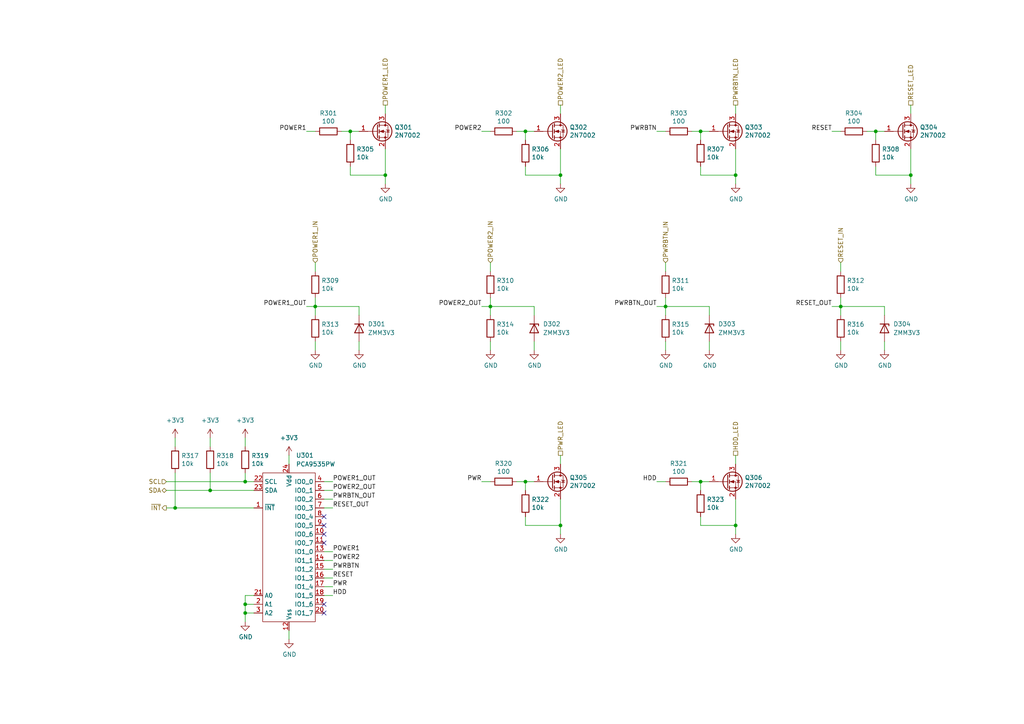
<source format=kicad_sch>
(kicad_sch (version 20211123) (generator eeschema)
  (paper "A4")
  (title_block (title "NAS control") (date "2023-01-11") (rev "0.1") (company "Eurovibes Benedikt Spranger") (comment 1 "SPDX-License-Identifier: CERN-OHL-S-2.0") (comment 2 "https://ohwr.org/cern_ohl_s_v2.txt") (comment 3 "To view a copy of this license, visit") (comment 4 "This work is licensed under the CERN-OHL-S v2"))
  (lib_symbols
    (symbol "Device:R" (pin_numbers hide) (pin_names (offset 0))
      (property "Reference" "R" (at 2.032 0 90))
      (property "Value" "R" (at 0 0 90))
      (symbol "R_0_1"
        (rectangle (start -1.016 -2.54) (end 1.016 2.54) (stroke (width 0.254)))
      )
      (symbol "R_1_1"
        (pin passive line (at 0 3.81 270) (length 1.27) (name "~") (number "1"))
        (pin passive line (at 0 -3.81 90) (length 1.27) (name "~") (number "2"))
      )
    )
    (symbol "Diode:ZMMxx" (pin_numbers hide) (pin_names (offset 1.016) hide)
      (property "Reference" "D" (at 0 2.54 0))
      (property "Value" "ZMMxx" (at 0 -2.54 0))
      (symbol "ZMMxx_0_1"
        (polyline (pts (xy 1.27 0) (xy -1.27 0)))
        (polyline (pts (xy -1.27 -1.27) (xy -1.27 1.27) (xy -0.762 1.27)) (stroke (width 0.254)))
        (polyline (pts (xy 1.27 -1.27) (xy 1.27 1.27) (xy -1.27 0) (xy 1.27 -1.27)) (stroke (width 0.254)))
      )
      (symbol "ZMMxx_1_1"
        (pin passive line (at -3.81 0 0) (length 2.54) (name "K") (number "1"))
        (pin passive line (at 3.81 0 180) (length 2.54) (name "A") (number "2"))
      )
    )
    (symbol "PCA9535PW:PCA9535PW"
      (property "Reference" "U" (at 1.27 22.86 0))
      (property "Value" "PCA9535PW" (at 6.35 -22.86 0))
      (symbol "PCA9535PW_0_1"
        (rectangle (start 7.62 -21.59) (end -7.62 21.59))
      )
      (symbol "PCA9535PW_1_1"
        (pin output line (at -10.16 11.43 0) (length 2.54) (name "~{INT}") (number "1"))
        (pin bidirectional line (at 10.16 3.81 180) (length 2.54) (name "IO0_6") (number "10"))
        (pin bidirectional line (at 10.16 1.27 180) (length 2.54) (name "IO0_7") (number "11"))
        (pin power_in line (at 0 -24.13 90) (length 2.54) (name "Vss") (number "12"))
        (pin bidirectional line (at 10.16 -1.27 180) (length 2.54) (name "IO1_0") (number "13"))
        (pin bidirectional line (at 10.16 -3.81 180) (length 2.54) (name "IO1_1") (number "14"))
        (pin bidirectional line (at 10.16 -6.35 180) (length 2.54) (name "IO1_2") (number "15"))
        (pin bidirectional line (at 10.16 -8.89 180) (length 2.54) (name "IO1_3") (number "16"))
        (pin bidirectional line (at 10.16 -11.43 180) (length 2.54) (name "IO1_4") (number "17"))
        (pin bidirectional line (at 10.16 -13.97 180) (length 2.54) (name "IO1_5") (number "18"))
        (pin bidirectional line (at 10.16 -16.51 180) (length 2.54) (name "IO1_6") (number "19"))
        (pin input line (at -10.16 -16.51 0) (length 2.54) (name "A1") (number "2"))
        (pin bidirectional line (at 10.16 -19.05 180) (length 2.54) (name "IO1_7") (number "20"))
        (pin input line (at -10.16 -13.97 0) (length 2.54) (name "A0") (number "21"))
        (pin input line (at -10.16 19.05 0) (length 2.54) (name "SCL") (number "22"))
        (pin bidirectional line (at -10.16 16.51 0) (length 2.54) (name "SDA") (number "23"))
        (pin power_in line (at 0 24.13 270) (length 2.54) (name "Vdd") (number "24"))
        (pin input line (at -10.16 -19.05 0) (length 2.54) (name "A2") (number "3"))
        (pin bidirectional line (at 10.16 19.05 180) (length 2.54) (name "IO0_0") (number "4"))
        (pin bidirectional line (at 10.16 16.51 180) (length 2.54) (name "IO0_1") (number "5"))
        (pin bidirectional line (at 10.16 13.97 180) (length 2.54) (name "IO0_2") (number "6"))
        (pin bidirectional line (at 10.16 11.43 180) (length 2.54) (name "IO0_3") (number "7"))
        (pin bidirectional line (at 10.16 8.89 180) (length 2.54) (name "IO0_4") (number "8"))
        (pin bidirectional line (at 10.16 6.35 180) (length 2.54) (name "IO0_5") (number "9"))
      )
    )
    (symbol "Transistor_FET:2N7002" (pin_names hide)
      (property "Reference" "Q" (at 5.08 1.905 0))
      (property "Value" "2N7002" (at 5.08 0 0))
      (symbol "2N7002_0_1"
        (polyline (pts (xy 0.254 0) (xy -2.54 0)))
        (polyline (pts (xy 0.254 1.905) (xy 0.254 -1.905)) (stroke (width 0.254)))
        (polyline (pts (xy 0.762 -1.27) (xy 0.762 -2.286)) (stroke (width 0.254)))
        (polyline (pts (xy 0.762 0.508) (xy 0.762 -0.508)) (stroke (width 0.254)))
        (polyline (pts (xy 0.762 2.286) (xy 0.762 1.27)) (stroke (width 0.254)))
        (polyline (pts (xy 2.54 2.54) (xy 2.54 1.778)))
        (polyline (pts (xy 2.54 -2.54) (xy 2.54 0) (xy 0.762 0)))
        (polyline (pts (xy 0.762 -1.778) (xy 3.302 -1.778) (xy 3.302 1.778) (xy 0.762 1.778)))
        (polyline (pts (xy 1.016 0) (xy 2.032 0.381) (xy 2.032 -0.381) (xy 1.016 0)) (fill (type outline)))
        (polyline (pts (xy 2.794 0.508) (xy 2.921 0.381) (xy 3.683 0.381) (xy 3.81 0.254)))
        (polyline (pts (xy 3.302 0.381) (xy 2.921 -0.254) (xy 3.683 -0.254) (xy 3.302 0.381)))
        (circle (center 1.651 0) (radius 2.794) (stroke (width 0.254)))
        (circle (center 2.54 -1.778) (radius 0.254) (fill (type outline)))
        (circle (center 2.54 1.778) (radius 0.254) (fill (type outline)))
      )
      (symbol "2N7002_1_1"
        (pin input line (at -5.08 0 0) (length 2.54) (name "G") (number "1"))
        (pin passive line (at 2.54 -5.08 90) (length 2.54) (name "S") (number "2"))
        (pin passive line (at 2.54 5.08 270) (length 2.54) (name "D") (number "3"))
      )
    )
    (symbol "power:+3V3" (power) (pin_names (offset 0))
      (property "Value" "+3V3" (at 0 3.556 0))
      (symbol "+3V3_0_1"
        (polyline (pts (xy -0.762 1.27) (xy 0 2.54)))
        (polyline (pts (xy 0 0) (xy 0 2.54)))
        (polyline (pts (xy 0 2.54) (xy 0.762 1.27)))
      )
      (symbol "+3V3_1_1"
        (pin power_in line (at 0 0 90) (length 0) hide (name "+3V3") (number "1"))
      )
    )
    (symbol "power:GND" (power) (pin_names (offset 0))
      (property "Value" "GND" (at 0 -3.81 0))
      (symbol "GND_0_1"
        (polyline (pts (xy 0 0) (xy 0 -1.27) (xy 1.27 -1.27) (xy 0 -2.54) (xy -1.27 -1.27) (xy 0 -1.27)))
      )
      (symbol "GND_1_1"
        (pin power_in line (at 0 0 270) (length 0) hide (name "GND") (number "1"))
      )
    )
  )
  (junction (at 162.56 152.4))
  (junction (at 193.04 88.9))
  (junction (at 203.2 139.7))
  (junction (at 162.56 50.8))
  (junction (at 71.12 177.8))
  (junction (at 152.4 38.1))
  (junction (at 243.84 88.9))
  (junction (at 213.36 50.8))
  (junction (at 50.8 147.32))
  (junction (at 71.12 139.7))
  (junction (at 213.36 152.4))
  (junction (at 203.2 38.1))
  (junction (at 71.12 175.26))
  (junction (at 101.6 38.1))
  (junction (at 264.16 50.8))
  (junction (at 91.44 88.9))
  (junction (at 111.76 50.8))
  (junction (at 142.24 88.9))
  (junction (at 254 38.1))
  (junction (at 60.96 142.24))
  (junction (at 152.4 139.7))
  (no_connect (at 93.98 152.4))
  (no_connect (at 93.98 154.94))
  (no_connect (at 93.98 157.48))
  (no_connect (at 93.98 175.26))
  (no_connect (at 93.98 177.8))
  (no_connect (at 93.98 149.86))
  (wire (pts (xy 243.84 86.36) (xy 243.84 88.9)))
  (wire (pts (xy 88.9 88.9) (xy 91.44 88.9)))
  (wire (pts (xy 91.44 99.06) (xy 91.44 101.6)))
  (wire (pts (xy 193.04 99.06) (xy 193.04 101.6)))
  (wire (pts (xy 93.98 144.78) (xy 96.52 144.78)))
  (wire (pts (xy 91.44 88.9) (xy 104.14 88.9)))
  (wire (pts (xy 200.66 38.1) (xy 203.2 38.1)))
  (wire (pts (xy 203.2 50.8) (xy 203.2 48.26)))
  (wire (pts (xy 162.56 144.78) (xy 162.56 152.4)))
  (wire (pts (xy 48.26 139.7) (xy 71.12 139.7)))
  (wire (pts (xy 152.4 50.8) (xy 152.4 48.26)))
  (wire (pts (xy 190.5 139.7) (xy 193.04 139.7)))
  (wire (pts (xy 193.04 76.2) (xy 193.04 78.74)))
  (wire (pts (xy 190.5 88.9) (xy 193.04 88.9)))
  (wire (pts (xy 93.98 170.18) (xy 96.52 170.18)))
  (wire (pts (xy 203.2 38.1) (xy 203.2 40.64)))
  (wire (pts (xy 149.86 139.7) (xy 152.4 139.7)))
  (wire (pts (xy 154.94 88.9) (xy 154.94 91.44)))
  (wire (pts (xy 83.82 182.88) (xy 83.82 185.42)))
  (wire (pts (xy 213.36 152.4) (xy 203.2 152.4)))
  (wire (pts (xy 93.98 139.7) (xy 96.52 139.7)))
  (wire (pts (xy 73.66 139.7) (xy 71.12 139.7)))
  (wire (pts (xy 48.26 147.32) (xy 50.8 147.32)))
  (wire (pts (xy 205.74 99.06) (xy 205.74 101.6)))
  (wire (pts (xy 50.8 127) (xy 50.8 129.54)))
  (wire (pts (xy 162.56 152.4) (xy 152.4 152.4)))
  (wire (pts (xy 203.2 139.7) (xy 203.2 142.24)))
  (wire (pts (xy 251.46 38.1) (xy 254 38.1)))
  (wire (pts (xy 203.2 139.7) (xy 205.74 139.7)))
  (wire (pts (xy 111.76 30.48) (xy 111.76 33.02)))
  (wire (pts (xy 243.84 99.06) (xy 243.84 101.6)))
  (wire (pts (xy 91.44 88.9) (xy 91.44 91.44)))
  (wire (pts (xy 152.4 38.1) (xy 154.94 38.1)))
  (wire (pts (xy 93.98 165.1) (xy 96.52 165.1)))
  (wire (pts (xy 71.12 175.26) (xy 71.12 177.8)))
  (wire (pts (xy 139.7 38.1) (xy 142.24 38.1)))
  (wire (pts (xy 254 38.1) (xy 256.54 38.1)))
  (wire (pts (xy 101.6 38.1) (xy 101.6 40.64)))
  (wire (pts (xy 162.56 30.48) (xy 162.56 33.02)))
  (wire (pts (xy 142.24 88.9) (xy 154.94 88.9)))
  (wire (pts (xy 104.14 99.06) (xy 104.14 101.6)))
  (wire (pts (xy 264.16 43.18) (xy 264.16 50.8)))
  (wire (pts (xy 205.74 88.9) (xy 205.74 91.44)))
  (wire (pts (xy 142.24 76.2) (xy 142.24 78.74)))
  (wire (pts (xy 93.98 162.56) (xy 96.52 162.56)))
  (wire (pts (xy 50.8 147.32) (xy 50.8 137.16)))
  (wire (pts (xy 60.96 127) (xy 60.96 129.54)))
  (wire (pts (xy 139.7 139.7) (xy 142.24 139.7)))
  (wire (pts (xy 203.2 152.4) (xy 203.2 149.86)))
  (wire (pts (xy 101.6 38.1) (xy 104.14 38.1)))
  (wire (pts (xy 213.36 144.78) (xy 213.36 152.4)))
  (wire (pts (xy 200.66 139.7) (xy 203.2 139.7)))
  (wire (pts (xy 104.14 88.9) (xy 104.14 91.44)))
  (wire (pts (xy 152.4 139.7) (xy 154.94 139.7)))
  (wire (pts (xy 213.36 152.4) (xy 213.36 154.94)))
  (wire (pts (xy 152.4 38.1) (xy 152.4 40.64)))
  (wire (pts (xy 264.16 50.8) (xy 264.16 53.34)))
  (wire (pts (xy 93.98 167.64) (xy 96.52 167.64)))
  (wire (pts (xy 73.66 172.72) (xy 71.12 172.72)))
  (wire (pts (xy 162.56 132.08) (xy 162.56 134.62)))
  (wire (pts (xy 73.66 147.32) (xy 50.8 147.32)))
  (wire (pts (xy 162.56 152.4) (xy 162.56 154.94)))
  (wire (pts (xy 93.98 172.72) (xy 96.52 172.72)))
  (wire (pts (xy 142.24 88.9) (xy 142.24 91.44)))
  (wire (pts (xy 213.36 30.48) (xy 213.36 33.02)))
  (wire (pts (xy 142.24 86.36) (xy 142.24 88.9)))
  (wire (pts (xy 71.12 172.72) (xy 71.12 175.26)))
  (wire (pts (xy 254 38.1) (xy 254 40.64)))
  (wire (pts (xy 71.12 177.8) (xy 73.66 177.8)))
  (wire (pts (xy 73.66 142.24) (xy 60.96 142.24)))
  (wire (pts (xy 254 50.8) (xy 254 48.26)))
  (wire (pts (xy 264.16 30.48) (xy 264.16 33.02)))
  (wire (pts (xy 93.98 142.24) (xy 96.52 142.24)))
  (wire (pts (xy 142.24 99.06) (xy 142.24 101.6)))
  (wire (pts (xy 91.44 86.36) (xy 91.44 88.9)))
  (wire (pts (xy 193.04 86.36) (xy 193.04 88.9)))
  (wire (pts (xy 139.7 88.9) (xy 142.24 88.9)))
  (wire (pts (xy 241.3 88.9) (xy 243.84 88.9)))
  (wire (pts (xy 213.36 132.08) (xy 213.36 134.62)))
  (wire (pts (xy 93.98 147.32) (xy 96.52 147.32)))
  (wire (pts (xy 190.5 38.1) (xy 193.04 38.1)))
  (wire (pts (xy 203.2 38.1) (xy 205.74 38.1)))
  (wire (pts (xy 213.36 50.8) (xy 203.2 50.8)))
  (wire (pts (xy 88.9 38.1) (xy 91.44 38.1)))
  (wire (pts (xy 162.56 43.18) (xy 162.56 50.8)))
  (wire (pts (xy 99.06 38.1) (xy 101.6 38.1)))
  (wire (pts (xy 213.36 50.8) (xy 213.36 53.34)))
  (wire (pts (xy 162.56 50.8) (xy 162.56 53.34)))
  (wire (pts (xy 93.98 160.02) (xy 96.52 160.02)))
  (wire (pts (xy 101.6 50.8) (xy 101.6 48.26)))
  (wire (pts (xy 243.84 88.9) (xy 256.54 88.9)))
  (wire (pts (xy 152.4 139.7) (xy 152.4 142.24)))
  (wire (pts (xy 71.12 175.26) (xy 73.66 175.26)))
  (wire (pts (xy 48.26 142.24) (xy 60.96 142.24)))
  (wire (pts (xy 213.36 43.18) (xy 213.36 50.8)))
  (wire (pts (xy 193.04 88.9) (xy 193.04 91.44)))
  (wire (pts (xy 154.94 99.06) (xy 154.94 101.6)))
  (wire (pts (xy 111.76 43.18) (xy 111.76 50.8)))
  (wire (pts (xy 256.54 99.06) (xy 256.54 101.6)))
  (wire (pts (xy 111.76 50.8) (xy 111.76 53.34)))
  (wire (pts (xy 264.16 50.8) (xy 254 50.8)))
  (wire (pts (xy 243.84 88.9) (xy 243.84 91.44)))
  (wire (pts (xy 243.84 76.2) (xy 243.84 78.74)))
  (wire (pts (xy 71.12 137.16) (xy 71.12 139.7)))
  (wire (pts (xy 241.3 38.1) (xy 243.84 38.1)))
  (wire (pts (xy 83.82 132.08) (xy 83.82 134.62)))
  (wire (pts (xy 60.96 142.24) (xy 60.96 137.16)))
  (wire (pts (xy 162.56 50.8) (xy 152.4 50.8)))
  (wire (pts (xy 152.4 152.4) (xy 152.4 149.86)))
  (wire (pts (xy 71.12 177.8) (xy 71.12 180.34)))
  (wire (pts (xy 71.12 127) (xy 71.12 129.54)))
  (wire (pts (xy 256.54 88.9) (xy 256.54 91.44)))
  (wire (pts (xy 149.86 38.1) (xy 152.4 38.1)))
  (wire (pts (xy 193.04 88.9) (xy 205.74 88.9)))
  (wire (pts (xy 91.44 76.2) (xy 91.44 78.74)))
  (wire (pts (xy 111.76 50.8) (xy 101.6 50.8)))
  (label "POWER2_OUT" (at 139.7 88.9 180))
  (label "POWER1" (at 88.9 38.1 180))
  (label "PWR" (at 139.7 139.7 180))
  (label "RESET_OUT" (at 241.3 88.9 180))
  (label "PWRBTN" (at 96.52 165.1 0))
  (label "POWER1_OUT" (at 88.9 88.9 180))
  (label "POWER1_OUT" (at 96.52 139.7 0))
  (label "POWER2" (at 96.52 162.56 0))
  (label "HDD" (at 96.52 172.72 0))
  (label "POWER2" (at 139.7 38.1 180))
  (label "POWER1" (at 96.52 160.02 0))
  (label "POWER2_OUT" (at 96.52 142.24 0))
  (label "PWR" (at 96.52 170.18 0))
  (label "HDD" (at 190.5 139.7 180))
  (label "PWRBTN_OUT" (at 96.52 144.78 0))
  (label "RESET" (at 241.3 38.1 180))
  (label "RESET" (at 96.52 167.64 0))
  (label "PWRBTN" (at 190.5 38.1 180))
  (label "RESET_OUT" (at 96.52 147.32 0))
  (label "PWRBTN_OUT" (at 190.5 88.9 180))
  (hierarchical_label "~{INT}" (shape output) (at 48.26 147.32 180))
  (hierarchical_label "SDA" (shape bidirectional) (at 48.26 142.24 180))
  (hierarchical_label "SCL" (shape input) (at 48.26 139.7 180))
  (hierarchical_label "HDD_LED" (shape passive) (at 213.36 132.08 90))
  (hierarchical_label "POWER2_LED" (shape passive) (at 162.56 30.48 90))
  (hierarchical_label "RESET_LED" (shape passive) (at 264.16 30.48 90))
  (hierarchical_label "PWRBTN_IN" (shape input) (at 193.04 76.2 90))
  (hierarchical_label "POWER1_IN" (shape input) (at 91.44 76.2 90))
  (hierarchical_label "POWER1_LED" (shape passive) (at 111.76 30.48 90))
  (hierarchical_label "RESET_IN" (shape input) (at 243.84 76.2 90))
  (hierarchical_label "PWRBTN_LED" (shape passive) (at 213.36 30.48 90))
  (hierarchical_label "PWR_LED" (shape passive) (at 162.56 132.08 90))
  (hierarchical_label "POWER2_IN" (shape input) (at 142.24 76.2 90))
  (symbol (lib_id "power:GND") (at 256.54 101.6 0) (unit 1)
    (property "Reference" "#PWR0312" (effects hide))
    (property "Value" "GND" (at 256.667 105.9942 0))
  )
  (symbol (lib_id "power:GND") (at 243.84 101.6 0) (unit 1)
    (property "Reference" "#PWR0311" (effects hide))
    (property "Value" "GND" (at 243.967 105.9942 0))
  )
  (symbol (lib_id "Device:R") (at 243.84 95.25 0) (unit 1)
    (property "Reference" "R316" (at 245.618 94.0816 0) (effects (justify left)))
    (property "Value" "10k" (at 245.618 96.393 0) (effects (justify left)))
    (property "Footprint" "Resistor_SMD:R_0402_1005Metric" (effects hide))
    (property "assemble" "y" (effects hide))
    (property "Description" "62.5mW Thick Film Resistors 50V ±100ppm/℃ ±1% -55℃~+155℃ 10kΩ 0402 Chip Resistor - Surface Mount ROHS" (effects hide))
    (property "LCSC#" "C25744" (effects hide))
    (property "Manufacture" "UNI-ROYAL(Uniroyal Elec)" (effects hide))
    (property "SupplLink" "https://jlcpcb.com/partdetail/26487-0402WGF1002TCE/C25744" (effects hide))
    (property "mpn" "0402WGF1002TCE" (effects hide))
  )
  (symbol (lib_id "Device:R") (at 243.84 82.55 0) (unit 1)
    (property "Reference" "R312" (at 245.618 81.3816 0) (effects (justify left)))
    (property "Value" "10k" (at 245.618 83.693 0) (effects (justify left)))
    (property "Footprint" "Resistor_SMD:R_0402_1005Metric" (effects hide))
    (property "assemble" "y" (effects hide))
    (property "Description" "62.5mW Thick Film Resistors 50V ±100ppm/℃ ±1% -55℃~+155℃ 10kΩ 0402 Chip Resistor - Surface Mount ROHS" (effects hide))
    (property "LCSC#" "C25744" (effects hide))
    (property "Manufacture" "UNI-ROYAL(Uniroyal Elec)" (effects hide))
    (property "SupplLink" "https://jlcpcb.com/partdetail/26487-0402WGF1002TCE/C25744" (effects hide))
    (property "mpn" "0402WGF1002TCE" (effects hide))
  )
  (symbol (lib_id "power:GND") (at 205.74 101.6 0) (unit 1)
    (property "Reference" "#PWR0310" (effects hide))
    (property "Value" "GND" (at 205.867 105.9942 0))
  )
  (symbol (lib_id "power:GND") (at 193.04 101.6 0) (unit 1)
    (property "Reference" "#PWR0309" (effects hide))
    (property "Value" "GND" (at 193.167 105.9942 0))
  )
  (symbol (lib_id "Device:R") (at 193.04 95.25 0) (unit 1)
    (property "Reference" "R315" (at 194.818 94.0816 0) (effects (justify left)))
    (property "Value" "10k" (at 194.818 96.393 0) (effects (justify left)))
    (property "Footprint" "Resistor_SMD:R_0402_1005Metric" (effects hide))
    (property "assemble" "y" (effects hide))
    (property "Description" "62.5mW Thick Film Resistors 50V ±100ppm/℃ ±1% -55℃~+155℃ 10kΩ 0402 Chip Resistor - Surface Mount ROHS" (effects hide))
    (property "LCSC#" "C25744" (effects hide))
    (property "Manufacture" "UNI-ROYAL(Uniroyal Elec)" (effects hide))
    (property "SupplLink" "https://jlcpcb.com/partdetail/26487-0402WGF1002TCE/C25744" (effects hide))
    (property "mpn" "0402WGF1002TCE" (effects hide))
  )
  (symbol (lib_id "Device:R") (at 193.04 82.55 0) (unit 1)
    (property "Reference" "R311" (at 194.818 81.3816 0) (effects (justify left)))
    (property "Value" "10k" (at 194.818 83.693 0) (effects (justify left)))
    (property "Footprint" "Resistor_SMD:R_0402_1005Metric" (effects hide))
    (property "assemble" "y" (effects hide))
    (property "Description" "62.5mW Thick Film Resistors 50V ±100ppm/℃ ±1% -55℃~+155℃ 10kΩ 0402 Chip Resistor - Surface Mount ROHS" (effects hide))
    (property "LCSC#" "C25744" (effects hide))
    (property "Manufacture" "UNI-ROYAL(Uniroyal Elec)" (effects hide))
    (property "SupplLink" "https://jlcpcb.com/partdetail/26487-0402WGF1002TCE/C25744" (effects hide))
    (property "mpn" "0402WGF1002TCE" (effects hide))
  )
  (symbol (lib_id "power:GND") (at 154.94 101.6 0) (unit 1)
    (property "Reference" "#PWR0308" (effects hide))
    (property "Value" "GND" (at 155.067 105.9942 0))
  )
  (symbol (lib_id "power:GND") (at 142.24 101.6 0) (unit 1)
    (property "Reference" "#PWR0307" (effects hide))
    (property "Value" "GND" (at 142.367 105.9942 0))
  )
  (symbol (lib_id "Device:R") (at 142.24 95.25 0) (unit 1)
    (property "Reference" "R314" (at 144.018 94.0816 0) (effects (justify left)))
    (property "Value" "10k" (at 144.018 96.393 0) (effects (justify left)))
    (property "Footprint" "Resistor_SMD:R_0402_1005Metric" (effects hide))
    (property "assemble" "y" (effects hide))
    (property "Description" "62.5mW Thick Film Resistors 50V ±100ppm/℃ ±1% -55℃~+155℃ 10kΩ 0402 Chip Resistor - Surface Mount ROHS" (effects hide))
    (property "LCSC#" "C25744" (effects hide))
    (property "Manufacture" "UNI-ROYAL(Uniroyal Elec)" (effects hide))
    (property "SupplLink" "https://jlcpcb.com/partdetail/26487-0402WGF1002TCE/C25744" (effects hide))
    (property "mpn" "0402WGF1002TCE" (effects hide))
  )
  (symbol (lib_id "Device:R") (at 142.24 82.55 0) (unit 1)
    (property "Reference" "R310" (at 144.018 81.3816 0) (effects (justify left)))
    (property "Value" "10k" (at 144.018 83.693 0) (effects (justify left)))
    (property "Footprint" "Resistor_SMD:R_0402_1005Metric" (effects hide))
    (property "assemble" "y" (effects hide))
    (property "Description" "62.5mW Thick Film Resistors 50V ±100ppm/℃ ±1% -55℃~+155℃ 10kΩ 0402 Chip Resistor - Surface Mount ROHS" (effects hide))
    (property "LCSC#" "C25744" (effects hide))
    (property "Manufacture" "UNI-ROYAL(Uniroyal Elec)" (effects hide))
    (property "SupplLink" "https://jlcpcb.com/partdetail/26487-0402WGF1002TCE/C25744" (effects hide))
    (property "mpn" "0402WGF1002TCE" (effects hide))
  )
  (symbol (lib_id "power:GND") (at 104.14 101.6 0) (unit 1)
    (property "Reference" "#PWR0306" (effects hide))
    (property "Value" "GND" (at 104.267 105.9942 0))
  )
  (symbol (lib_id "power:GND") (at 91.44 101.6 0) (unit 1)
    (property "Reference" "#PWR0305" (effects hide))
    (property "Value" "GND" (at 91.567 105.9942 0))
  )
  (symbol (lib_id "Device:R") (at 91.44 95.25 0) (unit 1)
    (property "Reference" "R313" (at 93.218 94.0816 0) (effects (justify left)))
    (property "Value" "10k" (at 93.218 96.393 0) (effects (justify left)))
    (property "Footprint" "Resistor_SMD:R_0402_1005Metric" (effects hide))
    (property "assemble" "y" (effects hide))
    (property "Description" "62.5mW Thick Film Resistors 50V ±100ppm/℃ ±1% -55℃~+155℃ 10kΩ 0402 Chip Resistor - Surface Mount ROHS" (effects hide))
    (property "LCSC#" "C25744" (effects hide))
    (property "Manufacture" "UNI-ROYAL(Uniroyal Elec)" (effects hide))
    (property "SupplLink" "https://jlcpcb.com/partdetail/26487-0402WGF1002TCE/C25744" (effects hide))
    (property "mpn" "0402WGF1002TCE" (effects hide))
  )
  (symbol (lib_id "Device:R") (at 91.44 82.55 0) (unit 1)
    (property "Reference" "R309" (at 93.218 81.3816 0) (effects (justify left)))
    (property "Value" "10k" (at 93.218 83.693 0) (effects (justify left)))
    (property "Footprint" "Resistor_SMD:R_0402_1005Metric" (effects hide))
    (property "assemble" "y" (effects hide))
    (property "Description" "62.5mW Thick Film Resistors 50V ±100ppm/℃ ±1% -55℃~+155℃ 10kΩ 0402 Chip Resistor - Surface Mount ROHS" (effects hide))
    (property "LCSC#" "C25744" (effects hide))
    (property "Manufacture" "UNI-ROYAL(Uniroyal Elec)" (effects hide))
    (property "SupplLink" "https://jlcpcb.com/partdetail/26487-0402WGF1002TCE/C25744" (effects hide))
    (property "mpn" "0402WGF1002TCE" (effects hide))
  )
  (symbol (lib_id "Device:R") (at 95.25 38.1 270) (unit 1)
    (property "Reference" "R301" (at 95.25 32.8422 90))
    (property "Value" "100" (at 95.25 35.1536 90))
    (property "Footprint" "Resistor_SMD:R_0402_1005Metric" (effects hide))
    (property "assemble" "y" (effects hide))
    (property "Description" "62.5mW Thick Film Resistors 50V ±1% ±200ppm/℃ -55℃~+155℃ 100Ω 0402 Chip Resistor - Surface Mount ROHS" (effects hide))
    (property "LCSC#" "C25076" (effects hide))
    (property "Manufacture" "UNI-ROYAL(Uniroyal Elec)" (effects hide))
    (property "SupplLink" "https://jlcpcb.com/partdetail/25819-0402WGF1000TCE/C25076" (effects hide))
    (property "mpn" "0402WGF1000TCE" (effects hide))
  )
  (symbol (lib_id "Device:R") (at 101.6 44.45 0) (unit 1)
    (property "Reference" "R305" (at 103.378 43.2816 0) (effects (justify left)))
    (property "Value" "10k" (at 103.378 45.593 0) (effects (justify left)))
    (property "Footprint" "Resistor_SMD:R_0402_1005Metric" (effects hide))
    (property "assemble" "y" (effects hide))
    (property "Description" "62.5mW Thick Film Resistors 50V ±100ppm/℃ ±1% -55℃~+155℃ 10kΩ 0402 Chip Resistor - Surface Mount ROHS" (effects hide))
    (property "LCSC#" "C25744" (effects hide))
    (property "Manufacture" "UNI-ROYAL(Uniroyal Elec)" (effects hide))
    (property "SupplLink" "https://jlcpcb.com/partdetail/26487-0402WGF1002TCE/C25744" (effects hide))
    (property "mpn" "0402WGF1002TCE" (effects hide))
  )
  (symbol (lib_id "Transistor_FET:2N7002") (at 109.22 38.1 0) (unit 1)
    (property "Reference" "Q301" (at 114.4016 36.9316 0) (effects (justify left)))
    (property "Value" "2N7002" (at 114.4016 39.243 0) (effects (justify left)))
    (property "Footprint" "Package_TO_SOT_SMD:SOT-23" (effects hide))
    (property "Datasheet" "https://www.fairchildsemi.com/datasheets/2N/2N7002.pdf" (effects hide))
    (property "assemble" "y" (effects hide))
    (property "Description" "60V 115mA 200mW 7.5Ω@10V,500mA 2.5V@250uA N Channel SOT-23(SOT-23-3) MOSFETs ROHS" (effects hide))
    (property "LCSC#" "C8545" (effects hide))
    (property "Manufacture" "Jiangsu Changjing Electronics Technology Co., Ltd." (effects hide))
    (property "SupplLink" "https://jlcpcb.com/partdetail/9040-2N7002/C8545" (effects hide))
    (property "mpn" "2N7002" (effects hide))
  )
  (symbol (lib_id "power:GND") (at 111.76 53.34 0) (unit 1)
    (property "Reference" "#PWR0301" (effects hide))
    (property "Value" "GND" (at 111.887 57.7342 0))
  )
  (symbol (lib_id "power:GND") (at 83.82 185.42 0) (unit 1)
    (property "Reference" "#PWR0320" (effects hide))
    (property "Value" "GND" (at 83.947 189.8142 0))
  )
  (symbol (lib_id "power:+3V3") (at 71.12 127 0) (unit 1)
    (property "Reference" "#PWR0315" (effects hide))
    (property "Value" "+3V3" (at 71.12 121.92 0))
  )
  (symbol (lib_id "power:+3V3") (at 50.8 127 0) (unit 1)
    (property "Reference" "#PWR0313" (effects hide))
    (property "Value" "+3V3" (at 50.8 121.92 0))
  )
  (symbol (lib_id "power:GND") (at 213.36 154.94 0) (unit 1)
    (property "Reference" "#PWR0318" (effects hide))
    (property "Value" "GND" (at 213.487 159.3342 0))
  )
  (symbol (lib_id "Device:R") (at 203.2 44.45 0) (unit 1)
    (property "Reference" "R307" (at 204.978 43.2816 0) (effects (justify left)))
    (property "Value" "10k" (at 204.978 45.593 0) (effects (justify left)))
    (property "Footprint" "Resistor_SMD:R_0402_1005Metric" (effects hide))
    (property "assemble" "y" (effects hide))
    (property "Description" "62.5mW Thick Film Resistors 50V ±100ppm/℃ ±1% -55℃~+155℃ 10kΩ 0402 Chip Resistor - Surface Mount ROHS" (effects hide))
    (property "LCSC#" "C25744" (effects hide))
    (property "Manufacture" "UNI-ROYAL(Uniroyal Elec)" (effects hide))
    (property "SupplLink" "https://jlcpcb.com/partdetail/26487-0402WGF1002TCE/C25744" (effects hide))
    (property "mpn" "0402WGF1002TCE" (effects hide))
  )
  (symbol (lib_id "Device:R") (at 146.05 139.7 270) (unit 1)
    (property "Reference" "R320" (at 146.05 134.4422 90))
    (property "Value" "100" (at 146.05 136.7536 90))
    (property "Footprint" "Resistor_SMD:R_0402_1005Metric" (effects hide))
    (property "assemble" "y" (effects hide))
    (property "Description" "62.5mW Thick Film Resistors 50V ±1% ±200ppm/℃ -55℃~+155℃ 100Ω 0402 Chip Resistor - Surface Mount ROHS" (effects hide))
    (property "LCSC#" "C25076" (effects hide))
    (property "Manufacture" "UNI-ROYAL(Uniroyal Elec)" (effects hide))
    (property "SupplLink" "https://jlcpcb.com/partdetail/25819-0402WGF1000TCE/C25076" (effects hide))
    (property "mpn" "0402WGF1000TCE" (effects hide))
  )
  (symbol (lib_id "power:GND") (at 71.12 180.34 0) (unit 1)
    (property "Reference" "#PWR0319" (effects hide))
    (property "Value" "GND" (at 71.247 184.7342 0))
  )
  (symbol (lib_id "power:GND") (at 264.16 53.34 0) (unit 1)
    (property "Reference" "#PWR0304" (effects hide))
    (property "Value" "GND" (at 264.287 57.7342 0))
  )
  (symbol (lib_id "Device:R") (at 71.12 133.35 0) (unit 1)
    (property "Reference" "R319" (at 72.898 132.1816 0) (effects (justify left)))
    (property "Value" "10k" (at 72.898 134.493 0) (effects (justify left)))
    (property "Footprint" "Resistor_SMD:R_0402_1005Metric" (effects hide))
    (property "assemble" "y" (effects hide))
    (property "Description" "62.5mW Thick Film Resistors 50V ±100ppm/℃ ±1% -55℃~+155℃ 10kΩ 0402 Chip Resistor - Surface Mount ROHS" (effects hide))
    (property "LCSC#" "C25744" (effects hide))
    (property "Manufacture" "UNI-ROYAL(Uniroyal Elec)" (effects hide))
    (property "SupplLink" "https://jlcpcb.com/partdetail/26487-0402WGF1002TCE/C25744" (effects hide))
    (property "mpn" "0402WGF1002TCE" (effects hide))
  )
  (symbol (lib_id "power:GND") (at 213.36 53.34 0) (unit 1)
    (property "Reference" "#PWR0303" (effects hide))
    (property "Value" "GND" (at 213.487 57.7342 0))
  )
  (symbol (lib_id "Diode:ZMMxx") (at 205.74 95.25 270) (unit 1)
    (property "Reference" "D303" (at 208.28 93.9799 90) (effects (justify left)))
    (property "Value" "ZMM3V3" (at 208.28 96.5199 90) (effects (justify left)))
    (property "Footprint" "Diode_SMD:D_MiniMELF" (effects hide))
    (property "Datasheet" "https://diotec.com/tl_files/diotec/files/pdf/datasheets/zmm1.pdf" (effects hide))
    (property "Description" "2uA@1V 85Ω Single 3.1V~3.5V 500mW 3.3V MEFL,1.5x3.4mm Zener Diodes ROHS" (effects hide))
    (property "LCSC#" "C8056" (effects hide))
    (property "Manufacture" "ST(Semtech)" (effects hide))
    (property "SupplLink" "https://jlcpcb.com/partdetail/st_semtech-ZMM3V3M/C8056" (effects hide))
    (property "mpn" "ZMM3V3-M" (effects hide))
  )
  (symbol (lib_id "power:+3V3") (at 60.96 127 0) (unit 1)
    (property "Reference" "#PWR0314" (effects hide))
    (property "Value" "+3V3" (at 60.96 121.92 0))
  )
  (symbol (lib_id "power:GND") (at 162.56 53.34 0) (unit 1)
    (property "Reference" "#PWR0302" (effects hide))
    (property "Value" "GND" (at 162.687 57.7342 0))
  )
  (symbol (lib_id "Transistor_FET:2N7002") (at 210.82 38.1 0) (unit 1)
    (property "Reference" "Q303" (at 216.0016 36.9316 0) (effects (justify left)))
    (property "Value" "2N7002" (at 216.0016 39.243 0) (effects (justify left)))
    (property "Footprint" "Package_TO_SOT_SMD:SOT-23" (effects hide))
    (property "Datasheet" "https://www.fairchildsemi.com/datasheets/2N/2N7002.pdf" (effects hide))
    (property "assemble" "y" (effects hide))
    (property "Description" "60V 115mA 200mW 7.5Ω@10V,500mA 2.5V@250uA N Channel SOT-23(SOT-23-3) MOSFETs ROHS" (effects hide))
    (property "LCSC#" "C8545" (effects hide))
    (property "Manufacture" "Jiangsu Changjing Electronics Technology Co., Ltd." (effects hide))
    (property "SupplLink" "https://jlcpcb.com/partdetail/9040-2N7002/C8545" (effects hide))
    (property "mpn" "2N7002" (effects hide))
  )
  (symbol (lib_id "power:+3V3") (at 83.82 132.08 0) (unit 1)
    (property "Reference" "#PWR0316" (effects hide))
    (property "Value" "+3V3" (at 83.82 127 0))
  )
  (symbol (lib_id "Transistor_FET:2N7002") (at 160.02 139.7 0) (unit 1)
    (property "Reference" "Q305" (at 165.2016 138.5316 0) (effects (justify left)))
    (property "Value" "2N7002" (at 165.2016 140.843 0) (effects (justify left)))
    (property "Footprint" "Package_TO_SOT_SMD:SOT-23" (effects hide))
    (property "Datasheet" "https://www.fairchildsemi.com/datasheets/2N/2N7002.pdf" (effects hide))
    (property "assemble" "y" (effects hide))
    (property "Description" "60V 115mA 200mW 7.5Ω@10V,500mA 2.5V@250uA N Channel SOT-23(SOT-23-3) MOSFETs ROHS" (effects hide))
    (property "LCSC#" "C8545" (effects hide))
    (property "Manufacture" "Jiangsu Changjing Electronics Technology Co., Ltd." (effects hide))
    (property "SupplLink" "https://jlcpcb.com/partdetail/9040-2N7002/C8545" (effects hide))
    (property "mpn" "2N7002" (effects hide))
  )
  (symbol (lib_id "Diode:ZMMxx") (at 256.54 95.25 270) (unit 1)
    (property "Reference" "D304" (at 259.08 93.9799 90) (effects (justify left)))
    (property "Value" "ZMM3V3" (at 259.08 96.5199 90) (effects (justify left)))
    (property "Footprint" "Diode_SMD:D_MiniMELF" (effects hide))
    (property "Datasheet" "https://diotec.com/tl_files/diotec/files/pdf/datasheets/zmm1.pdf" (effects hide))
    (property "Description" "2uA@1V 85Ω Single 3.1V~3.5V 500mW 3.3V MEFL,1.5x3.4mm Zener Diodes ROHS" (effects hide))
    (property "LCSC#" "C8056" (effects hide))
    (property "Manufacture" "ST(Semtech)" (effects hide))
    (property "SupplLink" "https://jlcpcb.com/partdetail/st_semtech-ZMM3V3M/C8056" (effects hide))
    (property "mpn" "ZMM3V3-M" (effects hide))
  )
  (symbol (lib_id "Transistor_FET:2N7002") (at 210.82 139.7 0) (unit 1)
    (property "Reference" "Q306" (at 216.0016 138.5316 0) (effects (justify left)))
    (property "Value" "2N7002" (at 216.0016 140.843 0) (effects (justify left)))
    (property "Footprint" "Package_TO_SOT_SMD:SOT-23" (effects hide))
    (property "Datasheet" "https://www.fairchildsemi.com/datasheets/2N/2N7002.pdf" (effects hide))
    (property "assemble" "y" (effects hide))
    (property "Description" "60V 115mA 200mW 7.5Ω@10V,500mA 2.5V@250uA N Channel SOT-23(SOT-23-3) MOSFETs ROHS" (effects hide))
    (property "LCSC#" "C8545" (effects hide))
    (property "Manufacture" "Jiangsu Changjing Electronics Technology Co., Ltd." (effects hide))
    (property "SupplLink" "https://jlcpcb.com/partdetail/9040-2N7002/C8545" (effects hide))
    (property "mpn" "2N7002" (effects hide))
  )
  (symbol (lib_id "power:GND") (at 162.56 154.94 0) (unit 1)
    (property "Reference" "#PWR0317" (effects hide))
    (property "Value" "GND" (at 162.687 159.3342 0))
  )
  (symbol (lib_id "Diode:ZMMxx") (at 104.14 95.25 270) (unit 1)
    (property "Reference" "D301" (at 106.68 93.9799 90) (effects (justify left)))
    (property "Value" "ZMM3V3" (at 106.68 96.5199 90) (effects (justify left)))
    (property "Footprint" "Diode_SMD:D_MiniMELF" (effects hide))
    (property "Datasheet" "https://diotec.com/tl_files/diotec/files/pdf/datasheets/zmm1.pdf" (effects hide))
    (property "Datasheet" "https://diotec.com/tl_files/diotec/files/pdf/datasheets/zmm1.pdf" (effects hide))
    (property "Description" "2uA@1V 85Ω Single 3.1V~3.5V 500mW 3.3V MEFL,1.5x3.4mm Zener Diodes ROHS" (effects hide))
    (property "LCSC#" "C8056" (effects hide))
    (property "Manufacture" "ST(Semtech)" (effects hide))
    (property "Reference" "D301" (effects hide))
    (property "SupplLink" "https://jlcpcb.com/partdetail/st_semtech-ZMM3V3M/C8056" (effects hide))
    (property "Value" "ZMM3V3" (effects hide))
    (property "mpn" "ZMM3V3-M" (effects hide))
  )
  (symbol (lib_id "Device:R") (at 196.85 139.7 270) (unit 1)
    (property "Reference" "R321" (at 196.85 134.4422 90))
    (property "Value" "100" (at 196.85 136.7536 90))
    (property "Footprint" "Resistor_SMD:R_0402_1005Metric" (effects hide))
    (property "assemble" "y" (effects hide))
    (property "Description" "62.5mW Thick Film Resistors 50V ±1% ±200ppm/℃ -55℃~+155℃ 100Ω 0402 Chip Resistor - Surface Mount ROHS" (effects hide))
    (property "LCSC#" "C25076" (effects hide))
    (property "Manufacture" "UNI-ROYAL(Uniroyal Elec)" (effects hide))
    (property "SupplLink" "https://jlcpcb.com/partdetail/25819-0402WGF1000TCE/C25076" (effects hide))
    (property "mpn" "0402WGF1000TCE" (effects hide))
  )
  (symbol (lib_id "Device:R") (at 254 44.45 0) (unit 1)
    (property "Reference" "R308" (at 255.778 43.2816 0) (effects (justify left)))
    (property "Value" "10k" (at 255.778 45.593 0) (effects (justify left)))
    (property "Footprint" "Resistor_SMD:R_0402_1005Metric" (effects hide))
    (property "assemble" "y" (effects hide))
    (property "Description" "62.5mW Thick Film Resistors 50V ±100ppm/℃ ±1% -55℃~+155℃ 10kΩ 0402 Chip Resistor - Surface Mount ROHS" (effects hide))
    (property "LCSC#" "C25744" (effects hide))
    (property "Manufacture" "UNI-ROYAL(Uniroyal Elec)" (effects hide))
    (property "SupplLink" "https://jlcpcb.com/partdetail/26487-0402WGF1002TCE/C25744" (effects hide))
    (property "mpn" "0402WGF1002TCE" (effects hide))
  )
  (symbol (lib_id "Device:R") (at 50.8 133.35 0) (unit 1)
    (property "Reference" "R317" (at 52.578 132.1816 0) (effects (justify left)))
    (property "Value" "10k" (at 52.578 134.493 0) (effects (justify left)))
    (property "Footprint" "Resistor_SMD:R_0402_1005Metric" (effects hide))
    (property "assemble" "y" (effects hide))
    (property "Description" "62.5mW Thick Film Resistors 50V ±100ppm/℃ ±1% -55℃~+155℃ 10kΩ 0402 Chip Resistor - Surface Mount ROHS" (effects hide))
    (property "LCSC#" "C25744" (effects hide))
    (property "Manufacture" "UNI-ROYAL(Uniroyal Elec)" (effects hide))
    (property "SupplLink" "https://jlcpcb.com/partdetail/26487-0402WGF1002TCE/C25744" (effects hide))
    (property "mpn" "0402WGF1002TCE" (effects hide))
  )
  (symbol (lib_id "Device:R") (at 152.4 44.45 0) (unit 1)
    (property "Reference" "R306" (at 154.178 43.2816 0) (effects (justify left)))
    (property "Value" "10k" (at 154.178 45.593 0) (effects (justify left)))
    (property "Footprint" "Resistor_SMD:R_0402_1005Metric" (effects hide))
    (property "assemble" "y" (effects hide))
    (property "Description" "62.5mW Thick Film Resistors 50V ±100ppm/℃ ±1% -55℃~+155℃ 10kΩ 0402 Chip Resistor - Surface Mount ROHS" (effects hide))
    (property "LCSC#" "C25744" (effects hide))
    (property "Manufacture" "UNI-ROYAL(Uniroyal Elec)" (effects hide))
    (property "SupplLink" "https://jlcpcb.com/partdetail/26487-0402WGF1002TCE/C25744" (effects hide))
    (property "mpn" "0402WGF1002TCE" (effects hide))
  )
  (symbol (lib_id "Device:R") (at 196.85 38.1 270) (unit 1)
    (property "Reference" "R303" (at 196.85 32.8422 90))
    (property "Value" "100" (at 196.85 35.1536 90))
    (property "Footprint" "Resistor_SMD:R_0402_1005Metric" (effects hide))
    (property "assemble" "y" (effects hide))
    (property "Description" "62.5mW Thick Film Resistors 50V ±1% ±200ppm/℃ -55℃~+155℃ 100Ω 0402 Chip Resistor - Surface Mount ROHS" (effects hide))
    (property "LCSC#" "C25076" (effects hide))
    (property "Manufacture" "UNI-ROYAL(Uniroyal Elec)" (effects hide))
    (property "SupplLink" "https://jlcpcb.com/partdetail/25819-0402WGF1000TCE/C25076" (effects hide))
    (property "mpn" "0402WGF1000TCE" (effects hide))
  )
  (symbol (lib_id "Diode:ZMMxx") (at 154.94 95.25 270) (unit 1)
    (property "Reference" "D302" (at 157.48 93.9799 90) (effects (justify left)))
    (property "Value" "ZMM3V3" (at 157.48 96.5199 90) (effects (justify left)))
    (property "Footprint" "Diode_SMD:D_MiniMELF" (effects hide))
    (property "Datasheet" "https://diotec.com/tl_files/diotec/files/pdf/datasheets/zmm1.pdf" (effects hide))
    (property "Description" "2uA@1V 85Ω Single 3.1V~3.5V 500mW 3.3V MEFL,1.5x3.4mm Zener Diodes ROHS" (effects hide))
    (property "LCSC#" "C8056" (effects hide))
    (property "Manufacture" "ST(Semtech)" (effects hide))
    (property "SupplLink" "https://jlcpcb.com/partdetail/st_semtech-ZMM3V3M/C8056" (effects hide))
    (property "mpn" "ZMM3V3-M" (effects hide))
  )
  (symbol (lib_id "Device:R") (at 60.96 133.35 0) (unit 1)
    (property "Reference" "R318" (at 62.738 132.1816 0) (effects (justify left)))
    (property "Value" "10k" (at 62.738 134.493 0) (effects (justify left)))
    (property "Footprint" "Resistor_SMD:R_0402_1005Metric" (effects hide))
    (property "assemble" "y" (effects hide))
    (property "Description" "62.5mW Thick Film Resistors 50V ±100ppm/℃ ±1% -55℃~+155℃ 10kΩ 0402 Chip Resistor - Surface Mount ROHS" (effects hide))
    (property "LCSC#" "C25744" (effects hide))
    (property "Manufacture" "UNI-ROYAL(Uniroyal Elec)" (effects hide))
    (property "SupplLink" "https://jlcpcb.com/partdetail/26487-0402WGF1002TCE/C25744" (effects hide))
    (property "mpn" "0402WGF1002TCE" (effects hide))
  )
  (symbol (lib_id "Device:R") (at 247.65 38.1 270) (unit 1)
    (property "Reference" "R304" (at 247.65 32.8422 90))
    (property "Value" "100" (at 247.65 35.1536 90))
    (property "Footprint" "Resistor_SMD:R_0402_1005Metric" (effects hide))
    (property "assemble" "y" (effects hide))
    (property "Description" "62.5mW Thick Film Resistors 50V ±1% ±200ppm/℃ -55℃~+155℃ 100Ω 0402 Chip Resistor - Surface Mount ROHS" (effects hide))
    (property "LCSC#" "C25076" (effects hide))
    (property "Manufacture" "UNI-ROYAL(Uniroyal Elec)" (effects hide))
    (property "SupplLink" "https://jlcpcb.com/partdetail/25819-0402WGF1000TCE/C25076" (effects hide))
    (property "mpn" "0402WGF1000TCE" (effects hide))
  )
  (symbol (lib_id "Transistor_FET:2N7002") (at 160.02 38.1 0) (unit 1)
    (property "Reference" "Q302" (at 165.2016 36.9316 0) (effects (justify left)))
    (property "Value" "2N7002" (at 165.2016 39.243 0) (effects (justify left)))
    (property "Footprint" "Package_TO_SOT_SMD:SOT-23" (effects hide))
    (property "Datasheet" "https://www.fairchildsemi.com/datasheets/2N/2N7002.pdf" (effects hide))
    (property "assemble" "y" (effects hide))
    (property "Description" "60V 115mA 200mW 7.5Ω@10V,500mA 2.5V@250uA N Channel SOT-23(SOT-23-3) MOSFETs ROHS" (effects hide))
    (property "LCSC#" "C8545" (effects hide))
    (property "Manufacture" "Jiangsu Changjing Electronics Technology Co., Ltd." (effects hide))
    (property "SupplLink" "https://jlcpcb.com/partdetail/9040-2N7002/C8545" (effects hide))
    (property "mpn" "2N7002" (effects hide))
  )
  (symbol (lib_id "Transistor_FET:2N7002") (at 261.62 38.1 0) (unit 1)
    (property "Reference" "Q304" (at 266.8016 36.9316 0) (effects (justify left)))
    (property "Value" "2N7002" (at 266.8016 39.243 0) (effects (justify left)))
    (property "Footprint" "Package_TO_SOT_SMD:SOT-23" (effects hide))
    (property "Datasheet" "https://www.fairchildsemi.com/datasheets/2N/2N7002.pdf" (effects hide))
    (property "assemble" "y" (effects hide))
    (property "Description" "60V 115mA 200mW 7.5Ω@10V,500mA 2.5V@250uA N Channel SOT-23(SOT-23-3) MOSFETs ROHS" (effects hide))
    (property "LCSC#" "C8545" (effects hide))
    (property "Manufacture" "Jiangsu Changjing Electronics Technology Co., Ltd." (effects hide))
    (property "SupplLink" "https://jlcpcb.com/partdetail/9040-2N7002/C8545" (effects hide))
    (property "mpn" "2N7002" (effects hide))
  )
  (symbol (lib_id "Device:R") (at 152.4 146.05 0) (unit 1)
    (property "Reference" "R322" (at 154.178 144.8816 0) (effects (justify left)))
    (property "Value" "10k" (at 154.178 147.193 0) (effects (justify left)))
    (property "Footprint" "Resistor_SMD:R_0402_1005Metric" (effects hide))
    (property "assemble" "y" (effects hide))
    (property "Description" "62.5mW Thick Film Resistors 50V ±100ppm/℃ ±1% -55℃~+155℃ 10kΩ 0402 Chip Resistor - Surface Mount ROHS" (effects hide))
    (property "LCSC#" "C25744" (effects hide))
    (property "Manufacture" "UNI-ROYAL(Uniroyal Elec)" (effects hide))
    (property "SupplLink" "https://jlcpcb.com/partdetail/26487-0402WGF1002TCE/C25744" (effects hide))
    (property "mpn" "0402WGF1002TCE" (effects hide))
  )
  (symbol (lib_id "Device:R") (at 146.05 38.1 270) (unit 1)
    (property "Reference" "R302" (at 146.05 32.8422 90))
    (property "Value" "100" (at 146.05 35.1536 90))
    (property "Footprint" "Resistor_SMD:R_0402_1005Metric" (effects hide))
    (property "assemble" "y" (effects hide))
    (property "Description" "62.5mW Thick Film Resistors 50V ±1% ±200ppm/℃ -55℃~+155℃ 100Ω 0402 Chip Resistor - Surface Mount ROHS" (effects hide))
    (property "LCSC#" "C25076" (effects hide))
    (property "Manufacture" "UNI-ROYAL(Uniroyal Elec)" (effects hide))
    (property "SupplLink" "https://jlcpcb.com/partdetail/25819-0402WGF1000TCE/C25076" (effects hide))
    (property "mpn" "0402WGF1000TCE" (effects hide))
  )
  (symbol (lib_id "PCA9535PW:PCA9535PW") (at 83.82 158.75 0) (unit 1)
    (property "Reference" "U301" (at 85.8394 132.08 0) (effects (justify left)))
    (property "Value" "PCA9535PW" (at 85.8394 134.62 0) (effects (justify left)))
    (property "Footprint" "Package_SO:TSSOP-24_4.4x7.8mm_P0.65mm" (effects hide))
    (property "Datasheet" "https://www.nxp.com/docs/en/data-sheet/PCA9535_PCA9535CDS.pdf" (effects hide))
    (property "Datasheet" "https://www.nxp.com/docs/en/data-sheet/PCA9535_PCA9535CDS.pdf" (effects hide))
    (property "Reference" "U301" (effects hide))
    (property "Value" "PCA9535PW" (effects hide))
    (property "assemble" "y" (effects hide))
    (property "Description" "400kHz 16 POR I²C, SMBus TSSOP-24 I/O Expanders ROHS" (effects hide))
    (property "LCSC#" "C255606" (effects hide))
    (property "Manufacture" "NXP Semicon" (effects hide))
    (property "SupplLink" "https://jlcpcb.com/partdetail/NxpSemicon-PCA9535PW118/C255606" (effects hide))
    (property "mpn" "PCA9535PW,118" (effects hide))
  )
  (symbol (lib_id "Device:R") (at 203.2 146.05 0) (unit 1)
    (property "Reference" "R323" (at 204.978 144.8816 0) (effects (justify left)))
    (property "Value" "10k" (at 204.978 147.193 0) (effects (justify left)))
    (property "Footprint" "Resistor_SMD:R_0402_1005Metric" (effects hide))
    (property "assemble" "y" (effects hide))
    (property "Description" "62.5mW Thick Film Resistors 50V ±100ppm/℃ ±1% -55℃~+155℃ 10kΩ 0402 Chip Resistor - Surface Mount ROHS" (effects hide))
    (property "LCSC#" "C25744" (effects hide))
    (property "Manufacture" "UNI-ROYAL(Uniroyal Elec)" (effects hide))
    (property "SupplLink" "https://jlcpcb.com/partdetail/26487-0402WGF1002TCE/C25744" (effects hide))
    (property "mpn" "0402WGF1002TCE" (effects hide))
  )
)
</source>
